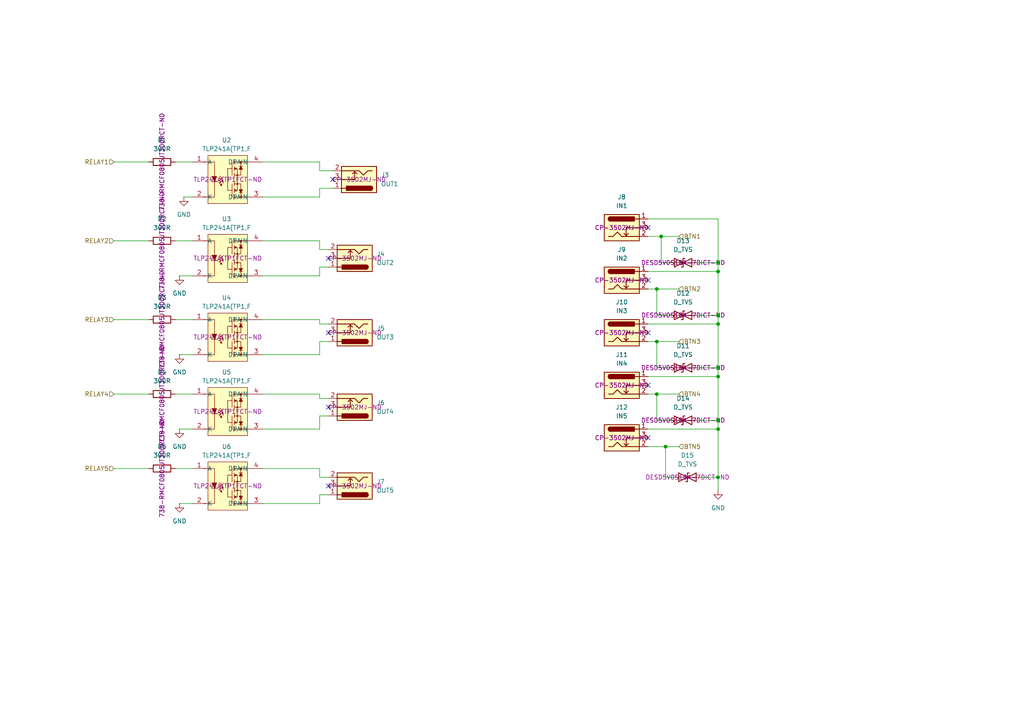
<source format=kicad_sch>
(kicad_sch (version 20250114) (generator "eeschema") (generator_version "9.0")
  (paper "A4")
  (title_block (title "AT-HUB-Recharged") (rev "Rev1"))
  (lib_symbols
    (symbol "AT_HUB_R2:TLP241A(TP1,F"
      (property "Reference" "U" (at 0 13.208 0))
      (property "Value" "TLP241A(TP1,F" (at 0.254 8.636 0))
      (symbol "TLP241A(TP1,F_0_1"
        (rectangle (start -5.715 6.985) (end 5.715 -6.985) (fill (type background)))
        (polyline (pts (xy -4.699 -0.635) (xy -2.921 -0.635)))
        (polyline (pts (xy -4.572 0.889) (xy -3.175 0.889) (xy -3.81 -0.635) (xy -4.572 0.889)) (fill (type outline)))
        (polyline (pts (xy -3.81 0.508) (xy -3.81 5.08) (xy -6.985 5.08)))
        (polyline (pts (xy -3.81 -0.508) (xy -3.81 -5.08) (xy -6.985 -5.08)))
        (polyline (pts (xy -2.54 -0.889) (xy -2.032 -1.397)))
        (polyline (pts (xy -2.54 -0.889) (xy -1.905 -0.889) (xy -2.667 -0.127)))
        (polyline (pts (xy -2.159 0.254) (xy -1.651 -0.254)))
        (polyline (pts (xy -2.159 0.254) (xy -1.524 0.254) (xy -2.286 1.016)))
        (polyline (pts (xy -2.159 -1.651) (xy -1.778 -1.27) (xy -1.651 -1.778) (xy -2.159 -1.651)) (fill (type outline)))
        (polyline (pts (xy -1.778 -0.508) (xy -1.397 -0.127) (xy -1.27 -0.635) (xy -1.778 -0.508)) (fill (type outline)))
        (polyline (pts (xy 1.27 5.08) (xy 1.27 1.27)))
        (polyline (pts (xy 1.27 -1.27) (xy 1.27 -5.08)))
        (polyline (pts (xy 1.27 -3.175) (xy 0 -3.175) (xy 0 3.175) (xy 1.27 3.175)))
        (polyline (pts (xy 1.905 3.81) (xy 1.905 2.54)))
        (polyline (pts (xy 1.905 1.905) (xy 1.905 0.635)))
        (polyline (pts (xy 1.905 1.27) (xy 3.81 1.27) (xy 3.81 3.175)))
        (polyline (pts (xy 1.905 -1.27) (xy 3.81 -1.27) (xy 3.81 -3.175)))
        (polyline (pts (xy 1.905 -1.905) (xy 1.905 -0.635)))
        (polyline (pts (xy 1.905 -3.81) (xy 1.905 -2.54)))
        (polyline (pts (xy 2.413 3.429) (xy 2.413 2.921) (xy 1.905 3.175) (xy 2.413 3.429)) (fill (type outline)))
        (polyline (pts (xy 2.413 -2.921) (xy 2.413 -3.429) (xy 1.905 -3.175) (xy 2.413 -2.921)) (fill (type outline)))
        (polyline (pts (xy 2.794 3.175) (xy 2.413 3.175)))
        (circle (center 2.794 1.27) (radius 0.1778) (fill (type outline)))
        (circle (center 2.794 -1.27) (radius 0.1778) (fill (type outline)))
        (polyline (pts (xy 2.794 -3.175) (xy 2.413 -3.175)))
        (polyline (pts (xy 2.794 -3.175) (xy 2.794 3.175)))
        (polyline (pts (xy 3.302 3.81) (xy 4.318 3.81)))
        (polyline (pts (xy 3.302 -3.81) (xy 4.318 -3.81)))
        (circle (center 3.81 5.08) (radius 0.1778) (fill (type outline)))
        (polyline (pts (xy 3.81 3.81) (xy 3.81 5.08)))
        (polyline (pts (xy 3.81 3.81) (xy 3.302 2.921) (xy 4.318 2.921) (xy 3.81 3.81)) (fill (type outline)))
        (polyline (pts (xy 3.81 -3.81) (xy 3.81 -5.08)))
        (polyline (pts (xy 3.81 -3.81) (xy 3.302 -2.921) (xy 4.318 -2.921) (xy 3.81 -3.81)) (fill (type outline)))
        (circle (center 3.81 -5.08) (radius 0.1778) (fill (type outline)))
        (polyline (pts (xy 6.35 5.08) (xy 1.905 5.08) (xy 1.905 5.715) (xy 1.905 4.445)))
        (polyline (pts (xy 6.35 -5.08) (xy 1.905 -5.08) (xy 1.905 -4.445) (xy 1.905 -5.715)))
      )
      (symbol "TLP241A(TP1,F_1_1"
        (pin passive line (at -10.16 5.08 0) (length 3.81) (name "A") (number "1"))
        (pin passive line (at -10.16 -5.08 0) (length 3.81) (name "K") (number "2"))
        (pin passive line (at 10.16 5.08 180) (length 3.81) (name "DRAIN") (number "4"))
        (pin passive line (at 10.16 -5.08 180) (length 3.81) (name "DRAIN") (number "3"))
      )
    )
    (symbol "Connector:Barrel_Jack_Switch" (pin_names (hide yes))
      (property "Reference" "J" (at 0 5.334 0))
      (property "Value" "Barrel_Jack_Switch" (at 0 -5.08 0))
      (symbol "Barrel_Jack_Switch_0_1"
        (rectangle (start -5.08 3.81) (end 5.08 -3.81) (stroke (width 0.254)) (fill (type background)))
        (polyline (pts (xy -3.81 -2.54) (xy -2.54 -2.54) (xy -1.27 -1.27) (xy 0 -2.54) (xy 2.54 -2.54) (xy 5.08 -2.54)) (stroke (width 0.254)))
        (arc (start -3.302 1.905) (mid -3.9343 2.54) (end -3.302 3.175) (stroke (width 0.254)))
        (arc (start -3.302 1.905) (mid -3.9343 2.54) (end -3.302 3.175) (stroke (width 0.254)) (fill (type outline)))
        (polyline (pts (xy 1.27 -2.286) (xy 1.905 -1.651)) (stroke (width 0.254)))
        (rectangle (start 3.683 3.175) (end -3.302 1.905) (stroke (width 0.254)) (fill (type outline)))
        (polyline (pts (xy 5.08 2.54) (xy 3.81 2.54)) (stroke (width 0.254)))
        (polyline (pts (xy 5.08 0) (xy 1.27 0) (xy 1.27 -2.286) (xy 0.635 -1.651)) (stroke (width 0.254)))
      )
      (symbol "Barrel_Jack_Switch_1_1"
        (pin passive line (at 7.62 2.54 180) (length 2.54) (name "~") (number "1"))
        (pin passive line (at 7.62 0 180) (length 2.54) (name "~") (number "3"))
        (pin passive line (at 7.62 -2.54 180) (length 2.54) (name "~") (number "2"))
      )
    )
    (symbol "Device:D_TVS" (pin_numbers (hide yes)) (pin_names (offset 1.016) (hide yes))
      (property "Reference" "D" (at 0 2.54 0))
      (property "Value" "D_TVS" (at 0 -2.54 0))
      (symbol "D_TVS_0_1"
        (polyline (pts (xy -2.54 1.27) (xy -2.54 -1.27) (xy 2.54 1.27) (xy 2.54 -1.27) (xy -2.54 1.27)) (stroke (width 0.254)))
        (polyline (pts (xy 0.508 1.27) (xy 0 1.27) (xy 0 -1.27) (xy -0.508 -1.27)) (stroke (width 0.254)))
        (polyline (pts (xy 1.27 0) (xy -1.27 0)))
      )
      (symbol "D_TVS_1_1"
        (pin passive line (at -3.81 0 0) (length 2.54) (name "A1") (number "1"))
        (pin passive line (at 3.81 0 180) (length 2.54) (name "A2") (number "2"))
      )
    )
    (symbol "Device:R" (pin_numbers (hide yes)) (pin_names (offset 0))
      (property "Reference" "R" (at 2.032 0 90))
      (property "Value" "R" (at 0 0 90))
      (symbol "R_0_1"
        (rectangle (start -1.016 -2.54) (end 1.016 2.54) (stroke (width 0.254)))
      )
      (symbol "R_1_1"
        (pin passive line (at 0 3.81 270) (length 1.27) (name "~") (number "1"))
        (pin passive line (at 0 -3.81 90) (length 1.27) (name "~") (number "2"))
      )
    )
    (symbol "power:GND" (power) (pin_numbers (hide yes)) (pin_names (offset 0) (hide yes))
      (property "Value" "GND" (at 0 -3.81 0))
      (symbol "GND_0_1"
        (polyline (pts (xy 0 0) (xy 0 -1.27) (xy 1.27 -1.27) (xy 0 -2.54) (xy -1.27 -1.27) (xy 0 -1.27)))
      )
      (symbol "GND_1_1"
        (pin power_in line (at 0 0 270) (length 0) (name "~") (number "1"))
      )
    )
  )
  (junction (at 191.77 68.58))
  (junction (at 208.28 78.74))
  (junction (at 208.28 124.46))
  (junction (at 208.28 93.98))
  (junction (at 208.28 109.22))
  (junction (at 190.5 83.82))
  (junction (at 208.28 106.68))
  (junction (at 190.5 99.06))
  (junction (at 193.04 129.54))
  (junction (at 208.28 76.2))
  (junction (at 208.28 121.92))
  (junction (at 190.5 114.3))
  (junction (at 208.28 91.44))
  (junction (at 208.28 138.43))
  (no_connect (at 95.25 74.93))
  (no_connect (at 95.25 118.11))
  (no_connect (at 95.25 140.97))
  (no_connect (at 187.96 96.52))
  (no_connect (at 95.25 96.52))
  (no_connect (at 187.96 81.28))
  (no_connect (at 96.52 52.07))
  (no_connect (at 187.96 127))
  (no_connect (at 187.96 111.76))
  (no_connect (at 187.96 66.04))
  (wire (pts (xy 190.5 114.3) (xy 190.5 121.92)))
  (wire (pts (xy 191.77 68.58) (xy 191.77 76.2)))
  (wire (pts (xy 194.31 121.92) (xy 190.5 121.92)))
  (wire (pts (xy 92.71 69.85) (xy 92.71 72.39)))
  (wire (pts (xy 208.28 138.43) (xy 208.28 142.24)))
  (wire (pts (xy 190.5 83.82) (xy 196.85 83.82)))
  (wire (pts (xy 193.04 129.54) (xy 193.04 138.43)))
  (wire (pts (xy 92.71 77.47) (xy 95.25 77.47)))
  (wire (pts (xy 76.2 135.89) (xy 92.71 135.89)))
  (wire (pts (xy 208.28 91.44) (xy 208.28 78.74)))
  (wire (pts (xy 92.71 115.57) (xy 95.25 115.57)))
  (wire (pts (xy 208.28 63.5) (xy 187.96 63.5)))
  (wire (pts (xy 208.28 124.46) (xy 208.28 138.43)))
  (wire (pts (xy 52.07 124.46) (xy 55.88 124.46)))
  (wire (pts (xy 208.28 76.2) (xy 208.28 63.5)))
  (wire (pts (xy 187.96 114.3) (xy 190.5 114.3)))
  (wire (pts (xy 208.28 109.22) (xy 208.28 106.68)))
  (wire (pts (xy 52.07 146.05) (xy 55.88 146.05)))
  (wire (pts (xy 187.96 78.74) (xy 208.28 78.74)))
  (wire (pts (xy 92.71 54.61) (xy 96.52 54.61)))
  (wire (pts (xy 187.96 109.22) (xy 208.28 109.22)))
  (wire (pts (xy 190.5 99.06) (xy 196.85 99.06)))
  (wire (pts (xy 50.8 92.71) (xy 55.88 92.71)))
  (wire (pts (xy 50.8 46.99) (xy 55.88 46.99)))
  (wire (pts (xy 92.71 49.53) (xy 96.52 49.53)))
  (wire (pts (xy 50.8 135.89) (xy 55.88 135.89)))
  (wire (pts (xy 92.71 124.46) (xy 92.71 120.65)))
  (wire (pts (xy 191.77 68.58) (xy 196.85 68.58)))
  (wire (pts (xy 92.71 135.89) (xy 92.71 138.43)))
  (wire (pts (xy 92.71 99.06) (xy 95.25 99.06)))
  (wire (pts (xy 92.71 80.01) (xy 92.71 77.47)))
  (wire (pts (xy 43.18 92.71) (xy 33.02 92.71)))
  (wire (pts (xy 92.71 114.3) (xy 92.71 115.57)))
  (wire (pts (xy 92.71 146.05) (xy 92.71 143.51)))
  (wire (pts (xy 187.96 93.98) (xy 208.28 93.98)))
  (wire (pts (xy 76.2 146.05) (xy 92.71 146.05)))
  (wire (pts (xy 92.71 120.65) (xy 95.25 120.65)))
  (wire (pts (xy 76.2 102.87) (xy 92.71 102.87)))
  (wire (pts (xy 53.34 57.15) (xy 55.88 57.15)))
  (wire (pts (xy 33.02 46.99) (xy 43.18 46.99)))
  (wire (pts (xy 187.96 68.58) (xy 191.77 68.58)))
  (wire (pts (xy 92.71 138.43) (xy 95.25 138.43)))
  (wire (pts (xy 92.71 57.15) (xy 92.71 54.61)))
  (wire (pts (xy 76.2 114.3) (xy 92.71 114.3)))
  (wire (pts (xy 208.28 109.22) (xy 208.28 121.92)))
  (wire (pts (xy 187.96 124.46) (xy 208.28 124.46)))
  (wire (pts (xy 194.31 106.68) (xy 190.5 106.68)))
  (wire (pts (xy 201.93 121.92) (xy 208.28 121.92)))
  (wire (pts (xy 76.2 69.85) (xy 92.71 69.85)))
  (wire (pts (xy 190.5 83.82) (xy 190.5 91.44)))
  (wire (pts (xy 194.31 76.2) (xy 191.77 76.2)))
  (wire (pts (xy 190.5 106.68) (xy 190.5 99.06)))
  (wire (pts (xy 33.02 114.3) (xy 43.18 114.3)))
  (wire (pts (xy 92.71 143.51) (xy 95.25 143.51)))
  (wire (pts (xy 187.96 129.54) (xy 193.04 129.54)))
  (wire (pts (xy 193.04 138.43) (xy 195.58 138.43)))
  (wire (pts (xy 52.07 80.01) (xy 55.88 80.01)))
  (wire (pts (xy 201.93 91.44) (xy 208.28 91.44)))
  (wire (pts (xy 92.71 46.99) (xy 92.71 49.53)))
  (wire (pts (xy 50.8 69.85) (xy 55.88 69.85)))
  (wire (pts (xy 194.31 91.44) (xy 190.5 91.44)))
  (wire (pts (xy 76.2 92.71) (xy 92.71 92.71)))
  (wire (pts (xy 33.02 69.85) (xy 43.18 69.85)))
  (wire (pts (xy 190.5 114.3) (xy 196.85 114.3)))
  (wire (pts (xy 92.71 72.39) (xy 95.25 72.39)))
  (wire (pts (xy 201.93 106.68) (xy 208.28 106.68)))
  (wire (pts (xy 208.28 106.68) (xy 208.28 93.98)))
  (wire (pts (xy 92.71 93.98) (xy 95.25 93.98)))
  (wire (pts (xy 208.28 93.98) (xy 208.28 91.44)))
  (wire (pts (xy 76.2 80.01) (xy 92.71 80.01)))
  (wire (pts (xy 33.02 135.89) (xy 43.18 135.89)))
  (wire (pts (xy 92.71 102.87) (xy 92.71 99.06)))
  (wire (pts (xy 187.96 83.82) (xy 190.5 83.82)))
  (wire (pts (xy 50.8 114.3) (xy 55.88 114.3)))
  (wire (pts (xy 208.28 78.74) (xy 208.28 76.2)))
  (wire (pts (xy 208.28 121.92) (xy 208.28 124.46)))
  (wire (pts (xy 201.93 76.2) (xy 208.28 76.2)))
  (wire (pts (xy 76.2 46.99) (xy 92.71 46.99)))
  (wire (pts (xy 203.2 138.43) (xy 208.28 138.43)))
  (wire (pts (xy 193.04 129.54) (xy 196.85 129.54)))
  (wire (pts (xy 92.71 92.71) (xy 92.71 93.98)))
  (wire (pts (xy 52.07 102.87) (xy 55.88 102.87)))
  (wire (pts (xy 187.96 99.06) (xy 190.5 99.06)))
  (wire (pts (xy 76.2 124.46) (xy 92.71 124.46)))
  (wire (pts (xy 76.2 57.15) (xy 92.71 57.15)))
  (hierarchical_label "BTN4" (shape input) (at 196.85 114.3 0))
  (hierarchical_label "BTN3" (shape input) (at 196.85 99.06 0))
  (hierarchical_label "RELAY1" (shape input) (at 33.02 46.99 180))
  (hierarchical_label "RELAY4" (shape input) (at 33.02 114.3 180))
  (hierarchical_label "RELAY2" (shape input) (at 33.02 69.85 180))
  (hierarchical_label "RELAY3" (shape input) (at 33.02 92.71 180))
  (hierarchical_label "BTN2" (shape input) (at 196.85 83.82 0))
  (hierarchical_label "BTN5" (shape input) (at 196.85 129.54 0))
  (hierarchical_label "BTN1" (shape input) (at 196.85 68.58 0))
  (hierarchical_label "RELAY5" (shape input) (at 33.02 135.89 180))
  (symbol (lib_id "Connector:Barrel_Jack_Switch") (at 180.34 81.28 0) (unit 1)
    (property "Reference" "J9" (at 180.34 72.39 0))
    (property "Value" "IN2" (at 180.34 74.93 0))
    (property "Footprint" "AT_HUB_R2:CUI_MJ-3502" (effects (hide yes)))
    (property "Description" "DC Barrel Jack with an internal switch" (effects (hide yes)))
    (property "DK#" "CP-3502MJ-ND" (at 180.34 81.28 0))
  )
  (symbol (lib_id "power:GND") (at 52.07 124.46 0) (unit 1)
    (property "Reference" "#PWR04" (effects (hide yes)))
    (property "Value" "GND" (at 52.07 129.54 0))
    (property "Description" "Power symbol creates a global label with name \"GND\" , ground" (effects (hide yes)))
  )
  (symbol (lib_id "Connector:Barrel_Jack_Switch") (at 102.87 140.97 180) (unit 1)
    (property "Reference" "J7" (at 109.22 139.6999 0) (effects (justify right)))
    (property "Value" "OUT5" (at 109.22 142.2399 0) (effects (justify right)))
    (property "Footprint" "AT_HUB_R2:CUI_MJ-3502" (effects (hide yes)))
    (property "Description" "DC Barrel Jack with an internal switch" (effects (hide yes)))
    (property "DK#" "CP-3502MJ-ND" (at 102.87 140.97 0))
  )
  (symbol (lib_id "Connector:Barrel_Jack_Switch") (at 180.34 96.52 0) (unit 1)
    (property "Reference" "J10" (at 180.34 87.63 0))
    (property "Value" "IN3" (at 180.34 90.17 0))
    (property "Footprint" "AT_HUB_R2:CUI_MJ-3502" (effects (hide yes)))
    (property "Description" "DC Barrel Jack with an internal switch" (effects (hide yes)))
    (property "DK#" "CP-3502MJ-ND" (at 180.34 96.52 0))
  )
  (symbol (lib_id "Device:D_TVS") (at 198.12 106.68 0) (unit 1)
    (property "Reference" "D11" (at 198.12 100.33 0))
    (property "Value" "D_TVS" (at 198.12 102.87 0))
    (property "Footprint" "Diode_SMD:D_SOD-323_HandSoldering" (effects (hide yes)))
    (property "Description" "Bidirectional transient-voltage-suppression diode" (effects (hide yes)))
    (property "DK#" "DESD5V0S1BA-7DICT-ND" (at 198.12 106.68 0))
  )
  (symbol (lib_id "Connector:Barrel_Jack_Switch") (at 180.34 111.76 0) (unit 1)
    (property "Reference" "J11" (at 180.34 102.87 0))
    (property "Value" "IN4" (at 180.34 105.41 0))
    (property "Footprint" "AT_HUB_R2:CUI_MJ-3502" (effects (hide yes)))
    (property "Description" "DC Barrel Jack with an internal switch" (effects (hide yes)))
    (property "DK#" "CP-3502MJ-ND" (at 180.34 111.76 0))
  )
  (symbol (lib_id "Device:R") (at 46.99 46.99 90) (unit 1)
    (property "Reference" "R1" (at 46.99 40.64 90))
    (property "Value" "300R" (at 46.99 43.18 90))
    (property "Footprint" "Resistor_SMD:R_0805_2012Metric" (effects (hide yes)))
    (property "Description" "Resistor" (effects (hide yes)))
    (property "DK#" "738-RMCF0805JT300RCT-ND" (at 46.99 46.99 0))
  )
  (symbol (lib_id "Connector:Barrel_Jack_Switch") (at 180.34 127 0) (unit 1)
    (property "Reference" "J12" (at 180.34 118.11 0))
    (property "Value" "IN5" (at 180.34 120.65 0))
    (property "Footprint" "AT_HUB_R2:CUI_MJ-3502" (effects (hide yes)))
    (property "Description" "DC Barrel Jack with an internal switch" (effects (hide yes)))
    (property "DK#" "CP-3502MJ-ND" (at 180.34 127 0))
  )
  (symbol (lib_id "power:GND") (at 52.07 146.05 0) (unit 1)
    (property "Reference" "#PWR05" (effects (hide yes)))
    (property "Value" "GND" (at 52.07 151.13 0))
    (property "Description" "Power symbol creates a global label with name \"GND\" , ground" (effects (hide yes)))
  )
  (symbol (lib_id "Device:D_TVS") (at 199.39 138.43 0) (unit 1)
    (property "Reference" "D15" (at 199.39 132.08 0))
    (property "Value" "D_TVS" (at 199.39 134.62 0))
    (property "Footprint" "Diode_SMD:D_SOD-323_HandSoldering" (effects (hide yes)))
    (property "Description" "Bidirectional transient-voltage-suppression diode" (effects (hide yes)))
    (property "DK#" "DESD5V0S1BA-7DICT-ND" (at 199.39 138.43 0))
  )
  (symbol (lib_id "Device:D_TVS") (at 198.12 91.44 0) (unit 1)
    (property "Reference" "D12" (at 198.12 85.09 0))
    (property "Value" "D_TVS" (at 198.12 87.63 0))
    (property "Footprint" "Diode_SMD:D_SOD-323_HandSoldering" (effects (hide yes)))
    (property "Description" "Bidirectional transient-voltage-suppression diode" (effects (hide yes)))
    (property "DK#" "DESD5V0S1BA-7DICT-ND" (at 198.12 91.44 0))
  )
  (symbol (lib_id "Connector:Barrel_Jack_Switch") (at 102.87 74.93 180) (unit 1)
    (property "Reference" "J4" (at 109.22 73.6599 0) (effects (justify right)))
    (property "Value" "OUT2" (at 109.22 76.1999 0) (effects (justify right)))
    (property "Footprint" "AT_HUB_R2:CUI_MJ-3502" (effects (hide yes)))
    (property "Description" "DC Barrel Jack with an internal switch" (effects (hide yes)))
    (property "DK#" "CP-3502MJ-ND" (at 102.87 74.93 0))
  )
  (symbol (lib_id "AT_HUB_R2:TLP241A(TP1,F") (at 66.04 97.79 0) (unit 1)
    (property "Reference" "U4" (at 65.7225 86.36 0))
    (property "Value" "TLP241A(TP1,F" (at 65.7225 88.9 0))
    (property "Footprint" "AT_HUB_R2:11-5B201S_TOS" (effects (hide yes)))
    (property "Datasheet" "https://toshiba.semicon-storage.com/info/TLP241A_datasheet_en_20230525.pdf?did=14237&prodName=TLP241A" (effects (hide yes)))
    (property "DK#" "TLP241A(TP1FCT-ND" (at 66.04 97.79 0))
  )
  (symbol (lib_id "Connector:Barrel_Jack_Switch") (at 180.34 66.04 0) (unit 1)
    (property "Reference" "J8" (at 180.34 57.15 0))
    (property "Value" "IN1" (at 180.34 59.69 0))
    (property "Footprint" "AT_HUB_R2:CUI_MJ-3502" (effects (hide yes)))
    (property "Description" "DC Barrel Jack with an internal switch" (effects (hide yes)))
    (property "DK#" "CP-3502MJ-ND" (at 180.34 66.04 0))
  )
  (symbol (lib_id "Device:D_TVS") (at 198.12 76.2 0) (unit 1)
    (property "Reference" "D13" (at 198.12 69.85 0))
    (property "Value" "D_TVS" (at 198.12 72.39 0))
    (property "Footprint" "Diode_SMD:D_SOD-323_HandSoldering" (effects (hide yes)))
    (property "Description" "Bidirectional transient-voltage-suppression diode" (effects (hide yes)))
    (property "DK#" "DESD5V0S1BA-7DICT-ND" (at 198.12 76.2 0))
  )
  (symbol (lib_id "power:GND") (at 52.07 102.87 0) (unit 1)
    (property "Reference" "#PWR03" (effects (hide yes)))
    (property "Value" "GND" (at 52.07 107.95 0))
    (property "Description" "Power symbol creates a global label with name \"GND\" , ground" (effects (hide yes)))
  )
  (symbol (lib_id "Connector:Barrel_Jack_Switch") (at 102.87 118.11 180) (unit 1)
    (property "Reference" "J6" (at 109.22 116.8399 0) (effects (justify right)))
    (property "Value" "OUT4" (at 109.22 119.3799 0) (effects (justify right)))
    (property "Footprint" "AT_HUB_R2:CUI_MJ-3502" (effects (hide yes)))
    (property "Description" "DC Barrel Jack with an internal switch" (effects (hide yes)))
    (property "DK#" "CP-3502MJ-ND" (at 102.87 118.11 0))
  )
  (symbol (lib_id "Device:D_TVS") (at 198.12 121.92 0) (unit 1)
    (property "Reference" "D14" (at 198.12 115.57 0))
    (property "Value" "D_TVS" (at 198.12 118.11 0))
    (property "Footprint" "Diode_SMD:D_SOD-323_HandSoldering" (effects (hide yes)))
    (property "Description" "Bidirectional transient-voltage-suppression diode" (effects (hide yes)))
    (property "DK#" "DESD5V0S1BA-7DICT-ND" (at 198.12 121.92 0))
  )
  (symbol (lib_id "power:GND") (at 52.07 80.01 0) (unit 1)
    (property "Reference" "#PWR01" (effects (hide yes)))
    (property "Value" "GND" (at 52.07 85.09 0))
    (property "Description" "Power symbol creates a global label with name \"GND\" , ground" (effects (hide yes)))
  )
  (symbol (lib_id "Device:R") (at 46.99 135.89 90) (unit 1)
    (property "Reference" "R5" (at 46.99 129.54 90))
    (property "Value" "300R" (at 46.99 132.08 90))
    (property "Footprint" "Resistor_SMD:R_0805_2012Metric" (effects (hide yes)))
    (property "Description" "Resistor" (effects (hide yes)))
    (property "DK#" "738-RMCF0805JT300RCT-ND" (at 46.99 135.89 0))
  )
  (symbol (lib_id "power:GND") (at 53.34 57.15 0) (unit 1)
    (property "Reference" "#PWR02" (effects (hide yes)))
    (property "Value" "GND" (at 53.34 62.23 0))
    (property "Description" "Power symbol creates a global label with name \"GND\" , ground" (effects (hide yes)))
  )
  (symbol (lib_id "AT_HUB_R2:TLP241A(TP1,F") (at 66.04 140.97 0) (unit 1)
    (property "Reference" "U6" (at 65.7225 129.54 0))
    (property "Value" "TLP241A(TP1,F" (at 65.7225 132.08 0))
    (property "Footprint" "AT_HUB_R2:11-5B201S_TOS" (effects (hide yes)))
    (property "Datasheet" "https://toshiba.semicon-storage.com/info/TLP241A_datasheet_en_20230525.pdf?did=14237&prodName=TLP241A" (effects (hide yes)))
    (property "DK#" "TLP241A(TP1FCT-ND" (at 66.04 140.97 0))
  )
  (symbol (lib_id "Device:R") (at 46.99 114.3 90) (unit 1)
    (property "Reference" "R4" (at 46.99 107.95 90))
    (property "Value" "300R" (at 46.99 110.49 90))
    (property "Footprint" "Resistor_SMD:R_0805_2012Metric" (effects (hide yes)))
    (property "Description" "Resistor" (effects (hide yes)))
    (property "DK#" "738-RMCF0805JT300RCT-ND" (at 46.99 114.3 0))
  )
  (symbol (lib_id "AT_HUB_R2:TLP241A(TP1,F") (at 66.04 74.93 0) (unit 1)
    (property "Reference" "U3" (at 65.7225 63.5 0))
    (property "Value" "TLP241A(TP1,F" (at 65.7225 66.04 0))
    (property "Footprint" "AT_HUB_R2:11-5B201S_TOS" (effects (hide yes)))
    (property "Datasheet" "https://toshiba.semicon-storage.com/info/TLP241A_datasheet_en_20230525.pdf?did=14237&prodName=TLP241A" (effects (hide yes)))
    (property "DK#" "TLP241A(TP1FCT-ND" (at 66.04 74.93 0))
  )
  (symbol (lib_id "power:GND") (at 208.28 142.24 0) (unit 1)
    (property "Reference" "#PWR06" (effects (hide yes)))
    (property "Value" "GND" (at 208.28 147.32 0))
    (property "Description" "Power symbol creates a global label with name \"GND\" , ground" (effects (hide yes)))
  )
  (symbol (lib_id "AT_HUB_R2:TLP241A(TP1,F") (at 66.04 119.38 0) (unit 1)
    (property "Reference" "U5" (at 65.7225 107.95 0))
    (property "Value" "TLP241A(TP1,F" (at 65.7225 110.49 0))
    (property "Footprint" "AT_HUB_R2:11-5B201S_TOS" (effects (hide yes)))
    (property "Datasheet" "https://toshiba.semicon-storage.com/info/TLP241A_datasheet_en_20230525.pdf?did=14237&prodName=TLP241A" (effects (hide yes)))
    (property "DK#" "TLP241A(TP1FCT-ND" (at 66.04 119.38 0))
  )
  (symbol (lib_id "Device:R") (at 46.99 92.71 90) (unit 1)
    (property "Reference" "R3" (at 46.99 86.36 90))
    (property "Value" "300R" (at 46.99 88.9 90))
    (property "Footprint" "Resistor_SMD:R_0805_2012Metric" (effects (hide yes)))
    (property "Description" "Resistor" (effects (hide yes)))
    (property "DK#" "738-RMCF0805JT300RCT-ND" (at 46.99 92.71 0))
  )
  (symbol (lib_id "AT_HUB_R2:TLP241A(TP1,F") (at 66.04 52.07 0) (unit 1)
    (property "Reference" "U2" (at 65.7225 40.64 0))
    (property "Value" "TLP241A(TP1,F" (at 65.7225 43.18 0))
    (property "Footprint" "AT_HUB_R2:11-5B201S_TOS" (effects (hide yes)))
    (property "Datasheet" "https://toshiba.semicon-storage.com/info/TLP241A_datasheet_en_20230525.pdf?did=14237&prodName=TLP241A" (effects (hide yes)))
    (property "DK#" "TLP241A(TP1FCT-ND" (at 66.04 52.07 0))
  )
  (symbol (lib_id "Connector:Barrel_Jack_Switch") (at 104.14 52.07 180) (unit 1)
    (property "Reference" "J3" (at 110.49 50.7999 0) (effects (justify right)))
    (property "Value" "OUT1" (at 110.49 53.3399 0) (effects (justify right)))
    (property "Footprint" "AT_HUB_R2:CUI_MJ-3502" (effects (hide yes)))
    (property "Description" "DC Barrel Jack with an internal switch" (effects (hide yes)))
    (property "DK#" "CP-3502MJ-ND" (at 104.14 52.07 0))
  )
  (symbol (lib_id "Device:R") (at 46.99 69.85 90) (unit 1)
    (property "Reference" "R2" (at 46.99 63.5 90))
    (property "Value" "300R" (at 46.99 66.04 90))
    (property "Footprint" "Resistor_SMD:R_0805_2012Metric" (effects (hide yes)))
    (property "Description" "Resistor" (effects (hide yes)))
    (property "DK#" "738-RMCF0805JT300RCT-ND" (at 46.99 69.85 0))
  )
  (symbol (lib_id "Connector:Barrel_Jack_Switch") (at 102.87 96.52 180) (unit 1)
    (property "Reference" "J5" (at 109.22 95.2499 0) (effects (justify right)))
    (property "Value" "OUT3" (at 109.22 97.7899 0) (effects (justify right)))
    (property "Footprint" "AT_HUB_R2:CUI_MJ-3502" (effects (hide yes)))
    (property "Description" "DC Barrel Jack with an internal switch" (effects (hide yes)))
    (property "DK#" "CP-3502MJ-ND" (at 102.87 96.52 0))
  )
)
</source>
